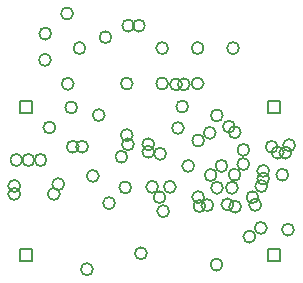
<source format=gbr>
%TF.GenerationSoftware,Altium Limited,Altium Designer,20.1.12 (249)*%
G04 Layer_Color=2752767*
%FSLAX45Y45*%
%MOMM*%
%TF.SameCoordinates,27206DED-D720-4121-B7EB-46A740E941A3*%
%TF.FilePolarity,Positive*%
%TF.FileFunction,Drawing*%
%TF.Part,Single*%
G01*
G75*
%TA.AperFunction,NonConductor*%
%ADD86C,0.12700*%
%ADD94C,0.16933*%
D86*
X149200Y1399200D02*
Y1500800D01*
X250800D01*
Y1399200D01*
X149200D01*
X2249200D02*
Y1500800D01*
X2350800D01*
Y1399200D01*
X2249200D01*
Y149200D02*
Y250800D01*
X2350800D01*
Y149200D01*
X2249200D01*
X149200D02*
Y250800D01*
X250800D01*
Y149200D01*
X149200D01*
D94*
X1465800Y775000D02*
G03*
X1465800Y775000I-50800J0D01*
G01*
X1378300Y687500D02*
G03*
X1378300Y687500I-50800J0D01*
G01*
X1860800Y116152D02*
G03*
X1860800Y116152I-50800J0D01*
G01*
X2378300Y1065000D02*
G03*
X2378300Y1065000I-50800J0D01*
G01*
X2443300D02*
G03*
X2443300Y1065000I-50800J0D01*
G01*
X1583300Y1642500D02*
G03*
X1583300Y1642500I-50800J0D01*
G01*
X1518300D02*
G03*
X1518300Y1642500I-50800J0D01*
G01*
X1570800Y1455000D02*
G03*
X1570800Y1455000I-50800J0D01*
G01*
X2255800Y910000D02*
G03*
X2255800Y910000I-50800J0D01*
G01*
Y845000D02*
G03*
X2255800Y845000I-50800J0D01*
G01*
X1863300Y1380000D02*
G03*
X1863300Y1380000I-50800J0D01*
G01*
X1965800Y1284967D02*
G03*
X1965800Y1284967I-50800J0D01*
G01*
X2327435Y1114135D02*
G03*
X2327435Y1114135I-50800J0D01*
G01*
X268300Y1002500D02*
G03*
X268300Y1002500I-50800J0D01*
G01*
X165800D02*
G03*
X165800Y1002500I-50800J0D01*
G01*
X370800D02*
G03*
X370800Y1002500I-50800J0D01*
G01*
X1953300Y626250D02*
G03*
X1953300Y626250I-50800J0D01*
G01*
X2165800Y687500D02*
G03*
X2165800Y687500I-50800J0D01*
G01*
X2240035Y781941D02*
G03*
X2240035Y781941I-50800J0D01*
G01*
X1055800Y1030000D02*
G03*
X1055800Y1030000I-50800J0D01*
G01*
X600800Y1647500D02*
G03*
X600800Y1647500I-50800J0D01*
G01*
X1110800Y1135000D02*
G03*
X1110800Y1135000I-50800J0D01*
G01*
X1283300Y1072500D02*
G03*
X1283300Y1072500I-50800J0D01*
G01*
X2475800Y1127500D02*
G03*
X2475800Y1127500I-50800J0D01*
G01*
X148300Y782500D02*
G03*
X148300Y782500I-50800J0D01*
G01*
X950800Y637500D02*
G03*
X950800Y637500I-50800J0D01*
G01*
X1783300Y620000D02*
G03*
X1783300Y620000I-50800J0D01*
G01*
X1715800Y612500D02*
G03*
X1715800Y612500I-50800J0D01*
G01*
X2018803Y606997D02*
G03*
X2018803Y606997I-50800J0D01*
G01*
X920800Y2042500D02*
G03*
X920800Y2042500I-50800J0D01*
G01*
X1534388Y1273587D02*
G03*
X1534388Y1273587I-50800J0D01*
G01*
X1700800Y1650000D02*
G03*
X1700800Y1650000I-50800J0D01*
G01*
X2235800Y427501D02*
G03*
X2235800Y427501I-50800J0D01*
G01*
X1620800Y952500D02*
G03*
X1620800Y952500I-50800J0D01*
G01*
X1383300Y1055000D02*
G03*
X1383300Y1055000I-50800J0D01*
G01*
X1315800Y775000D02*
G03*
X1315800Y775000I-50800J0D01*
G01*
X2013300Y877500D02*
G03*
X2013300Y877500I-50800J0D01*
G01*
X1810800Y875000D02*
G03*
X1810800Y875000I-50800J0D01*
G01*
X1400800Y1650000D02*
G03*
X1400800Y1650000I-50800J0D01*
G01*
X595800Y2242500D02*
G03*
X595800Y2242500I-50800J0D01*
G01*
X2139300Y354000D02*
G03*
X2139300Y354000I-50800J0D01*
G01*
X1409300Y569000D02*
G03*
X1409300Y569000I-50800J0D01*
G01*
X2418300Y877500D02*
G03*
X2418300Y877500I-50800J0D01*
G01*
X1903017Y952122D02*
G03*
X1903017Y952122I-50800J0D01*
G01*
X2087877Y967903D02*
G03*
X2087877Y967903I-50800J0D01*
G01*
X2088628Y1088136D02*
G03*
X2088628Y1088136I-50800J0D01*
G01*
X2014953Y1237467D02*
G03*
X2014953Y1237467I-50800J0D01*
G01*
X1803300Y1232499D02*
G03*
X1803300Y1232499I-50800J0D01*
G01*
X2188462Y622663D02*
G03*
X2188462Y622663I-50800J0D01*
G01*
X1991300Y767500D02*
G03*
X1991300Y767500I-50800J0D01*
G01*
X2465800Y412500D02*
G03*
X2465800Y412500I-50800J0D01*
G01*
X1705800Y1167500D02*
G03*
X1705800Y1167500I-50800J0D01*
G01*
X1705800Y687500D02*
G03*
X1705800Y687500I-50800J0D01*
G01*
X410800Y2072500D02*
G03*
X410800Y2072500I-50800J0D01*
G01*
X408300Y1850000D02*
G03*
X408300Y1850000I-50800J0D01*
G01*
X863300Y1382500D02*
G03*
X863300Y1382500I-50800J0D01*
G01*
X1865300Y767500D02*
G03*
X1865300Y767500I-50800J0D01*
G01*
X1203300Y2140000D02*
G03*
X1203300Y2140000I-50800J0D01*
G01*
X1400800Y1950000D02*
G03*
X1400800Y1950000I-50800J0D01*
G01*
X1700800D02*
G03*
X1700800Y1950000I-50800J0D01*
G01*
X2000800D02*
G03*
X2000800Y1950000I-50800J0D01*
G01*
X1100800Y1650000D02*
G03*
X1100800Y1650000I-50800J0D01*
G01*
X520800Y797500D02*
G03*
X520800Y797500I-50800J0D01*
G01*
X483300Y715000D02*
G03*
X483300Y715000I-50800J0D01*
G01*
X1220800Y212500D02*
G03*
X1220800Y212500I-50800J0D01*
G01*
X1100800Y1212500D02*
G03*
X1100800Y1212500I-50800J0D01*
G01*
X1283300Y1135000D02*
G03*
X1283300Y1135000I-50800J0D01*
G01*
X1113300Y2140000D02*
G03*
X1113300Y2140000I-50800J0D01*
G01*
X630800Y1447500D02*
G03*
X630800Y1447500I-50800J0D01*
G01*
X643300Y1115000D02*
G03*
X643300Y1115000I-50800J0D01*
G01*
X445800Y1277500D02*
G03*
X445800Y1277500I-50800J0D01*
G01*
X723301Y1114999D02*
G03*
X723301Y1114999I-50800J0D01*
G01*
X813300Y867500D02*
G03*
X813300Y867500I-50800J0D01*
G01*
X1088300Y770000D02*
G03*
X1088300Y770000I-50800J0D01*
G01*
X148300Y715000D02*
G03*
X148300Y715000I-50800J0D01*
G01*
X763300Y77500D02*
G03*
X763300Y77500I-50800J0D01*
G01*
X700800Y1950000D02*
G03*
X700800Y1950000I-50800J0D01*
G01*
%TF.MD5,1209e59d6c6fe0efbaa23e253f7e0618*%
M02*

</source>
